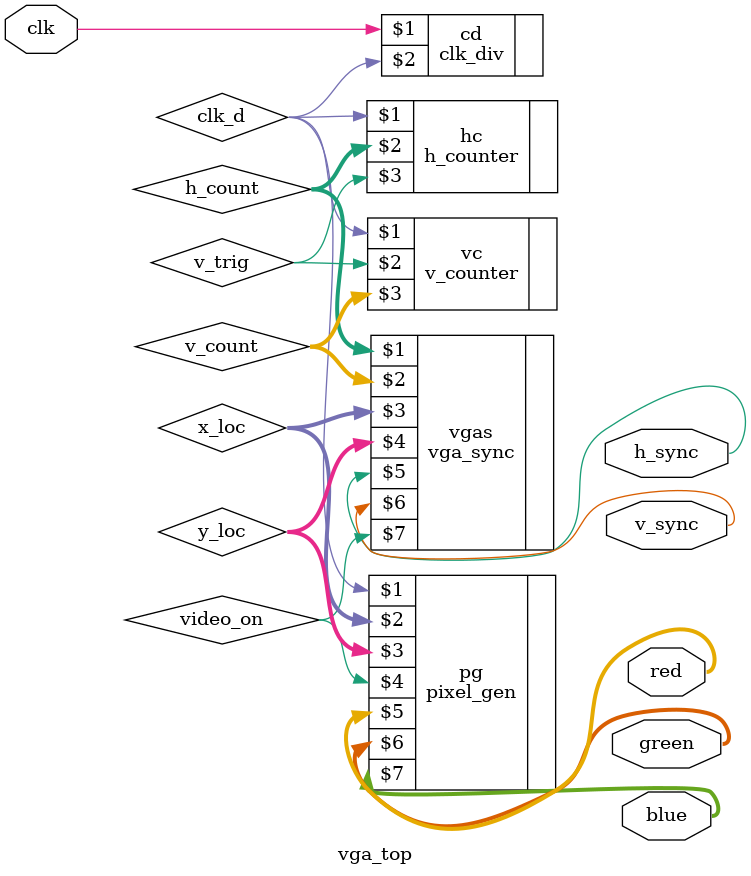
<source format=v>
`timescale 1ns / 1ps


module vga_top(
input clk,
output h_sync,v_sync,
output [3:0] red,green,blue
    );
    wire clk_d, v_trig, video_on;
    wire [9:0] h_count;
    wire[9:0] v_count;
    wire[9:0] x_loc;
    wire[9:0] y_loc;
    clk_div cd(clk,clk_d);
    h_counter hc(clk_d,h_count,v_trig);
    v_counter vc(clk_d,v_trig,v_count);
    vga_sync vgas(h_count,v_count,x_loc,y_loc,h_sync,v_sync,video_on);
    pixel_gen pg(clk_d,x_loc,y_loc,video_on,red,green,blue);
endmodule

</source>
